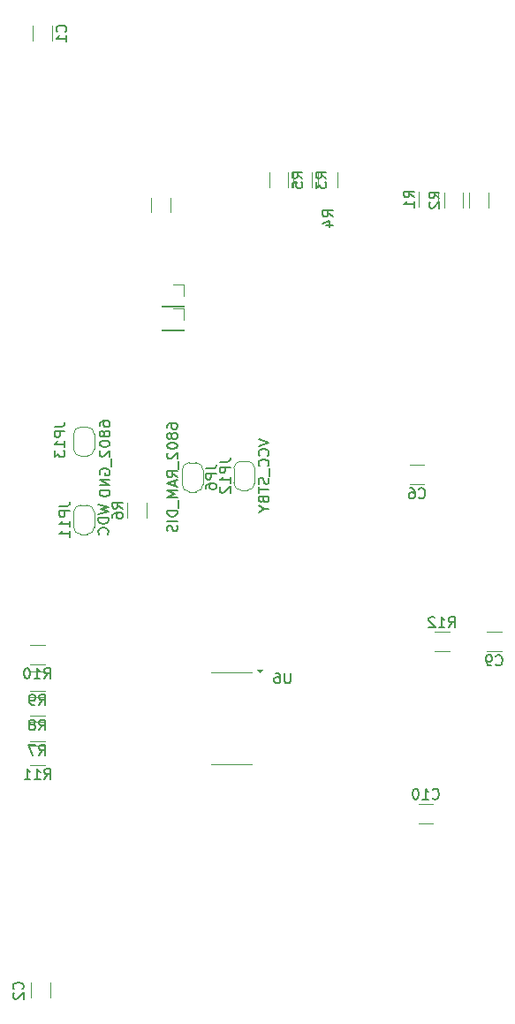
<source format=gbr>
%TF.GenerationSoftware,KiCad,Pcbnew,8.0.5-8.0.5-0~ubuntu22.04.1*%
%TF.CreationDate,2024-10-04T17:06:24+02:00*%
%TF.ProjectId,6502_6800_CPU,36353032-5f36-4383-9030-5f4350552e6b,rev?*%
%TF.SameCoordinates,Original*%
%TF.FileFunction,Legend,Bot*%
%TF.FilePolarity,Positive*%
%FSLAX46Y46*%
G04 Gerber Fmt 4.6, Leading zero omitted, Abs format (unit mm)*
G04 Created by KiCad (PCBNEW 8.0.5-8.0.5-0~ubuntu22.04.1) date 2024-10-04 17:06:24*
%MOMM*%
%LPD*%
G01*
G04 APERTURE LIST*
%ADD10C,0.150000*%
%ADD11C,0.120000*%
G04 APERTURE END LIST*
D10*
X126372857Y-127414580D02*
X126420476Y-127462200D01*
X126420476Y-127462200D02*
X126563333Y-127509819D01*
X126563333Y-127509819D02*
X126658571Y-127509819D01*
X126658571Y-127509819D02*
X126801428Y-127462200D01*
X126801428Y-127462200D02*
X126896666Y-127366961D01*
X126896666Y-127366961D02*
X126944285Y-127271723D01*
X126944285Y-127271723D02*
X126991904Y-127081247D01*
X126991904Y-127081247D02*
X126991904Y-126938390D01*
X126991904Y-126938390D02*
X126944285Y-126747914D01*
X126944285Y-126747914D02*
X126896666Y-126652676D01*
X126896666Y-126652676D02*
X126801428Y-126557438D01*
X126801428Y-126557438D02*
X126658571Y-126509819D01*
X126658571Y-126509819D02*
X126563333Y-126509819D01*
X126563333Y-126509819D02*
X126420476Y-126557438D01*
X126420476Y-126557438D02*
X126372857Y-126605057D01*
X125420476Y-127509819D02*
X125991904Y-127509819D01*
X125706190Y-127509819D02*
X125706190Y-126509819D01*
X125706190Y-126509819D02*
X125801428Y-126652676D01*
X125801428Y-126652676D02*
X125896666Y-126747914D01*
X125896666Y-126747914D02*
X125991904Y-126795533D01*
X124801428Y-126509819D02*
X124706190Y-126509819D01*
X124706190Y-126509819D02*
X124610952Y-126557438D01*
X124610952Y-126557438D02*
X124563333Y-126605057D01*
X124563333Y-126605057D02*
X124515714Y-126700295D01*
X124515714Y-126700295D02*
X124468095Y-126890771D01*
X124468095Y-126890771D02*
X124468095Y-127128866D01*
X124468095Y-127128866D02*
X124515714Y-127319342D01*
X124515714Y-127319342D02*
X124563333Y-127414580D01*
X124563333Y-127414580D02*
X124610952Y-127462200D01*
X124610952Y-127462200D02*
X124706190Y-127509819D01*
X124706190Y-127509819D02*
X124801428Y-127509819D01*
X124801428Y-127509819D02*
X124896666Y-127462200D01*
X124896666Y-127462200D02*
X124944285Y-127414580D01*
X124944285Y-127414580D02*
X124991904Y-127319342D01*
X124991904Y-127319342D02*
X125039523Y-127128866D01*
X125039523Y-127128866D02*
X125039523Y-126890771D01*
X125039523Y-126890771D02*
X124991904Y-126700295D01*
X124991904Y-126700295D02*
X124944285Y-126605057D01*
X124944285Y-126605057D02*
X124896666Y-126557438D01*
X124896666Y-126557438D02*
X124801428Y-126509819D01*
X132451666Y-114604580D02*
X132499285Y-114652200D01*
X132499285Y-114652200D02*
X132642142Y-114699819D01*
X132642142Y-114699819D02*
X132737380Y-114699819D01*
X132737380Y-114699819D02*
X132880237Y-114652200D01*
X132880237Y-114652200D02*
X132975475Y-114556961D01*
X132975475Y-114556961D02*
X133023094Y-114461723D01*
X133023094Y-114461723D02*
X133070713Y-114271247D01*
X133070713Y-114271247D02*
X133070713Y-114128390D01*
X133070713Y-114128390D02*
X133023094Y-113937914D01*
X133023094Y-113937914D02*
X132975475Y-113842676D01*
X132975475Y-113842676D02*
X132880237Y-113747438D01*
X132880237Y-113747438D02*
X132737380Y-113699819D01*
X132737380Y-113699819D02*
X132642142Y-113699819D01*
X132642142Y-113699819D02*
X132499285Y-113747438D01*
X132499285Y-113747438D02*
X132451666Y-113795057D01*
X131975475Y-114699819D02*
X131784999Y-114699819D01*
X131784999Y-114699819D02*
X131689761Y-114652200D01*
X131689761Y-114652200D02*
X131642142Y-114604580D01*
X131642142Y-114604580D02*
X131546904Y-114461723D01*
X131546904Y-114461723D02*
X131499285Y-114271247D01*
X131499285Y-114271247D02*
X131499285Y-113890295D01*
X131499285Y-113890295D02*
X131546904Y-113795057D01*
X131546904Y-113795057D02*
X131594523Y-113747438D01*
X131594523Y-113747438D02*
X131689761Y-113699819D01*
X131689761Y-113699819D02*
X131880237Y-113699819D01*
X131880237Y-113699819D02*
X131975475Y-113747438D01*
X131975475Y-113747438D02*
X132023094Y-113795057D01*
X132023094Y-113795057D02*
X132070713Y-113890295D01*
X132070713Y-113890295D02*
X132070713Y-114128390D01*
X132070713Y-114128390D02*
X132023094Y-114223628D01*
X132023094Y-114223628D02*
X131975475Y-114271247D01*
X131975475Y-114271247D02*
X131880237Y-114318866D01*
X131880237Y-114318866D02*
X131689761Y-114318866D01*
X131689761Y-114318866D02*
X131594523Y-114271247D01*
X131594523Y-114271247D02*
X131546904Y-114223628D01*
X131546904Y-114223628D02*
X131499285Y-114128390D01*
X113907819Y-68006333D02*
X113431628Y-67673000D01*
X113907819Y-67434905D02*
X112907819Y-67434905D01*
X112907819Y-67434905D02*
X112907819Y-67815857D01*
X112907819Y-67815857D02*
X112955438Y-67911095D01*
X112955438Y-67911095D02*
X113003057Y-67958714D01*
X113003057Y-67958714D02*
X113098295Y-68006333D01*
X113098295Y-68006333D02*
X113241152Y-68006333D01*
X113241152Y-68006333D02*
X113336390Y-67958714D01*
X113336390Y-67958714D02*
X113384009Y-67911095D01*
X113384009Y-67911095D02*
X113431628Y-67815857D01*
X113431628Y-67815857D02*
X113431628Y-67434905D01*
X112907819Y-68911095D02*
X112907819Y-68434905D01*
X112907819Y-68434905D02*
X113384009Y-68387286D01*
X113384009Y-68387286D02*
X113336390Y-68434905D01*
X113336390Y-68434905D02*
X113288771Y-68530143D01*
X113288771Y-68530143D02*
X113288771Y-68768238D01*
X113288771Y-68768238D02*
X113336390Y-68863476D01*
X113336390Y-68863476D02*
X113384009Y-68911095D01*
X113384009Y-68911095D02*
X113479247Y-68958714D01*
X113479247Y-68958714D02*
X113717342Y-68958714D01*
X113717342Y-68958714D02*
X113812580Y-68911095D01*
X113812580Y-68911095D02*
X113860200Y-68863476D01*
X113860200Y-68863476D02*
X113907819Y-68768238D01*
X113907819Y-68768238D02*
X113907819Y-68530143D01*
X113907819Y-68530143D02*
X113860200Y-68434905D01*
X113860200Y-68434905D02*
X113812580Y-68387286D01*
X112775904Y-115405819D02*
X112775904Y-116215342D01*
X112775904Y-116215342D02*
X112728285Y-116310580D01*
X112728285Y-116310580D02*
X112680666Y-116358200D01*
X112680666Y-116358200D02*
X112585428Y-116405819D01*
X112585428Y-116405819D02*
X112394952Y-116405819D01*
X112394952Y-116405819D02*
X112299714Y-116358200D01*
X112299714Y-116358200D02*
X112252095Y-116310580D01*
X112252095Y-116310580D02*
X112204476Y-116215342D01*
X112204476Y-116215342D02*
X112204476Y-115405819D01*
X111299714Y-115405819D02*
X111490190Y-115405819D01*
X111490190Y-115405819D02*
X111585428Y-115453438D01*
X111585428Y-115453438D02*
X111633047Y-115501057D01*
X111633047Y-115501057D02*
X111728285Y-115643914D01*
X111728285Y-115643914D02*
X111775904Y-115834390D01*
X111775904Y-115834390D02*
X111775904Y-116215342D01*
X111775904Y-116215342D02*
X111728285Y-116310580D01*
X111728285Y-116310580D02*
X111680666Y-116358200D01*
X111680666Y-116358200D02*
X111585428Y-116405819D01*
X111585428Y-116405819D02*
X111394952Y-116405819D01*
X111394952Y-116405819D02*
X111299714Y-116358200D01*
X111299714Y-116358200D02*
X111252095Y-116310580D01*
X111252095Y-116310580D02*
X111204476Y-116215342D01*
X111204476Y-116215342D02*
X111204476Y-115977247D01*
X111204476Y-115977247D02*
X111252095Y-115882009D01*
X111252095Y-115882009D02*
X111299714Y-115834390D01*
X111299714Y-115834390D02*
X111394952Y-115786771D01*
X111394952Y-115786771D02*
X111585428Y-115786771D01*
X111585428Y-115786771D02*
X111680666Y-115834390D01*
X111680666Y-115834390D02*
X111728285Y-115882009D01*
X111728285Y-115882009D02*
X111775904Y-115977247D01*
X127922857Y-111029819D02*
X128256190Y-110553628D01*
X128494285Y-111029819D02*
X128494285Y-110029819D01*
X128494285Y-110029819D02*
X128113333Y-110029819D01*
X128113333Y-110029819D02*
X128018095Y-110077438D01*
X128018095Y-110077438D02*
X127970476Y-110125057D01*
X127970476Y-110125057D02*
X127922857Y-110220295D01*
X127922857Y-110220295D02*
X127922857Y-110363152D01*
X127922857Y-110363152D02*
X127970476Y-110458390D01*
X127970476Y-110458390D02*
X128018095Y-110506009D01*
X128018095Y-110506009D02*
X128113333Y-110553628D01*
X128113333Y-110553628D02*
X128494285Y-110553628D01*
X126970476Y-111029819D02*
X127541904Y-111029819D01*
X127256190Y-111029819D02*
X127256190Y-110029819D01*
X127256190Y-110029819D02*
X127351428Y-110172676D01*
X127351428Y-110172676D02*
X127446666Y-110267914D01*
X127446666Y-110267914D02*
X127541904Y-110315533D01*
X126589523Y-110125057D02*
X126541904Y-110077438D01*
X126541904Y-110077438D02*
X126446666Y-110029819D01*
X126446666Y-110029819D02*
X126208571Y-110029819D01*
X126208571Y-110029819D02*
X126113333Y-110077438D01*
X126113333Y-110077438D02*
X126065714Y-110125057D01*
X126065714Y-110125057D02*
X126018095Y-110220295D01*
X126018095Y-110220295D02*
X126018095Y-110315533D01*
X126018095Y-110315533D02*
X126065714Y-110458390D01*
X126065714Y-110458390D02*
X126637142Y-111029819D01*
X126637142Y-111029819D02*
X126018095Y-111029819D01*
X89161857Y-125591819D02*
X89495190Y-125115628D01*
X89733285Y-125591819D02*
X89733285Y-124591819D01*
X89733285Y-124591819D02*
X89352333Y-124591819D01*
X89352333Y-124591819D02*
X89257095Y-124639438D01*
X89257095Y-124639438D02*
X89209476Y-124687057D01*
X89209476Y-124687057D02*
X89161857Y-124782295D01*
X89161857Y-124782295D02*
X89161857Y-124925152D01*
X89161857Y-124925152D02*
X89209476Y-125020390D01*
X89209476Y-125020390D02*
X89257095Y-125068009D01*
X89257095Y-125068009D02*
X89352333Y-125115628D01*
X89352333Y-125115628D02*
X89733285Y-125115628D01*
X88209476Y-125591819D02*
X88780904Y-125591819D01*
X88495190Y-125591819D02*
X88495190Y-124591819D01*
X88495190Y-124591819D02*
X88590428Y-124734676D01*
X88590428Y-124734676D02*
X88685666Y-124829914D01*
X88685666Y-124829914D02*
X88780904Y-124877533D01*
X87257095Y-125591819D02*
X87828523Y-125591819D01*
X87542809Y-125591819D02*
X87542809Y-124591819D01*
X87542809Y-124591819D02*
X87638047Y-124734676D01*
X87638047Y-124734676D02*
X87733285Y-124829914D01*
X87733285Y-124829914D02*
X87828523Y-124877533D01*
X89135857Y-115939819D02*
X89469190Y-115463628D01*
X89707285Y-115939819D02*
X89707285Y-114939819D01*
X89707285Y-114939819D02*
X89326333Y-114939819D01*
X89326333Y-114939819D02*
X89231095Y-114987438D01*
X89231095Y-114987438D02*
X89183476Y-115035057D01*
X89183476Y-115035057D02*
X89135857Y-115130295D01*
X89135857Y-115130295D02*
X89135857Y-115273152D01*
X89135857Y-115273152D02*
X89183476Y-115368390D01*
X89183476Y-115368390D02*
X89231095Y-115416009D01*
X89231095Y-115416009D02*
X89326333Y-115463628D01*
X89326333Y-115463628D02*
X89707285Y-115463628D01*
X88183476Y-115939819D02*
X88754904Y-115939819D01*
X88469190Y-115939819D02*
X88469190Y-114939819D01*
X88469190Y-114939819D02*
X88564428Y-115082676D01*
X88564428Y-115082676D02*
X88659666Y-115177914D01*
X88659666Y-115177914D02*
X88754904Y-115225533D01*
X87564428Y-114939819D02*
X87469190Y-114939819D01*
X87469190Y-114939819D02*
X87373952Y-114987438D01*
X87373952Y-114987438D02*
X87326333Y-115035057D01*
X87326333Y-115035057D02*
X87278714Y-115130295D01*
X87278714Y-115130295D02*
X87231095Y-115320771D01*
X87231095Y-115320771D02*
X87231095Y-115558866D01*
X87231095Y-115558866D02*
X87278714Y-115749342D01*
X87278714Y-115749342D02*
X87326333Y-115844580D01*
X87326333Y-115844580D02*
X87373952Y-115892200D01*
X87373952Y-115892200D02*
X87469190Y-115939819D01*
X87469190Y-115939819D02*
X87564428Y-115939819D01*
X87564428Y-115939819D02*
X87659666Y-115892200D01*
X87659666Y-115892200D02*
X87707285Y-115844580D01*
X87707285Y-115844580D02*
X87754904Y-115749342D01*
X87754904Y-115749342D02*
X87802523Y-115558866D01*
X87802523Y-115558866D02*
X87802523Y-115320771D01*
X87802523Y-115320771D02*
X87754904Y-115130295D01*
X87754904Y-115130295D02*
X87707285Y-115035057D01*
X87707285Y-115035057D02*
X87659666Y-114987438D01*
X87659666Y-114987438D02*
X87564428Y-114939819D01*
X88659666Y-118479819D02*
X88992999Y-118003628D01*
X89231094Y-118479819D02*
X89231094Y-117479819D01*
X89231094Y-117479819D02*
X88850142Y-117479819D01*
X88850142Y-117479819D02*
X88754904Y-117527438D01*
X88754904Y-117527438D02*
X88707285Y-117575057D01*
X88707285Y-117575057D02*
X88659666Y-117670295D01*
X88659666Y-117670295D02*
X88659666Y-117813152D01*
X88659666Y-117813152D02*
X88707285Y-117908390D01*
X88707285Y-117908390D02*
X88754904Y-117956009D01*
X88754904Y-117956009D02*
X88850142Y-118003628D01*
X88850142Y-118003628D02*
X89231094Y-118003628D01*
X88183475Y-118479819D02*
X87992999Y-118479819D01*
X87992999Y-118479819D02*
X87897761Y-118432200D01*
X87897761Y-118432200D02*
X87850142Y-118384580D01*
X87850142Y-118384580D02*
X87754904Y-118241723D01*
X87754904Y-118241723D02*
X87707285Y-118051247D01*
X87707285Y-118051247D02*
X87707285Y-117670295D01*
X87707285Y-117670295D02*
X87754904Y-117575057D01*
X87754904Y-117575057D02*
X87802523Y-117527438D01*
X87802523Y-117527438D02*
X87897761Y-117479819D01*
X87897761Y-117479819D02*
X88088237Y-117479819D01*
X88088237Y-117479819D02*
X88183475Y-117527438D01*
X88183475Y-117527438D02*
X88231094Y-117575057D01*
X88231094Y-117575057D02*
X88278713Y-117670295D01*
X88278713Y-117670295D02*
X88278713Y-117908390D01*
X88278713Y-117908390D02*
X88231094Y-118003628D01*
X88231094Y-118003628D02*
X88183475Y-118051247D01*
X88183475Y-118051247D02*
X88088237Y-118098866D01*
X88088237Y-118098866D02*
X87897761Y-118098866D01*
X87897761Y-118098866D02*
X87802523Y-118051247D01*
X87802523Y-118051247D02*
X87754904Y-118003628D01*
X87754904Y-118003628D02*
X87707285Y-117908390D01*
X88659666Y-120892819D02*
X88992999Y-120416628D01*
X89231094Y-120892819D02*
X89231094Y-119892819D01*
X89231094Y-119892819D02*
X88850142Y-119892819D01*
X88850142Y-119892819D02*
X88754904Y-119940438D01*
X88754904Y-119940438D02*
X88707285Y-119988057D01*
X88707285Y-119988057D02*
X88659666Y-120083295D01*
X88659666Y-120083295D02*
X88659666Y-120226152D01*
X88659666Y-120226152D02*
X88707285Y-120321390D01*
X88707285Y-120321390D02*
X88754904Y-120369009D01*
X88754904Y-120369009D02*
X88850142Y-120416628D01*
X88850142Y-120416628D02*
X89231094Y-120416628D01*
X88088237Y-120321390D02*
X88183475Y-120273771D01*
X88183475Y-120273771D02*
X88231094Y-120226152D01*
X88231094Y-120226152D02*
X88278713Y-120130914D01*
X88278713Y-120130914D02*
X88278713Y-120083295D01*
X88278713Y-120083295D02*
X88231094Y-119988057D01*
X88231094Y-119988057D02*
X88183475Y-119940438D01*
X88183475Y-119940438D02*
X88088237Y-119892819D01*
X88088237Y-119892819D02*
X87897761Y-119892819D01*
X87897761Y-119892819D02*
X87802523Y-119940438D01*
X87802523Y-119940438D02*
X87754904Y-119988057D01*
X87754904Y-119988057D02*
X87707285Y-120083295D01*
X87707285Y-120083295D02*
X87707285Y-120130914D01*
X87707285Y-120130914D02*
X87754904Y-120226152D01*
X87754904Y-120226152D02*
X87802523Y-120273771D01*
X87802523Y-120273771D02*
X87897761Y-120321390D01*
X87897761Y-120321390D02*
X88088237Y-120321390D01*
X88088237Y-120321390D02*
X88183475Y-120369009D01*
X88183475Y-120369009D02*
X88231094Y-120416628D01*
X88231094Y-120416628D02*
X88278713Y-120511866D01*
X88278713Y-120511866D02*
X88278713Y-120702342D01*
X88278713Y-120702342D02*
X88231094Y-120797580D01*
X88231094Y-120797580D02*
X88183475Y-120845200D01*
X88183475Y-120845200D02*
X88088237Y-120892819D01*
X88088237Y-120892819D02*
X87897761Y-120892819D01*
X87897761Y-120892819D02*
X87802523Y-120845200D01*
X87802523Y-120845200D02*
X87754904Y-120797580D01*
X87754904Y-120797580D02*
X87707285Y-120702342D01*
X87707285Y-120702342D02*
X87707285Y-120511866D01*
X87707285Y-120511866D02*
X87754904Y-120416628D01*
X87754904Y-120416628D02*
X87802523Y-120369009D01*
X87802523Y-120369009D02*
X87897761Y-120321390D01*
X88659666Y-123305819D02*
X88992999Y-122829628D01*
X89231094Y-123305819D02*
X89231094Y-122305819D01*
X89231094Y-122305819D02*
X88850142Y-122305819D01*
X88850142Y-122305819D02*
X88754904Y-122353438D01*
X88754904Y-122353438D02*
X88707285Y-122401057D01*
X88707285Y-122401057D02*
X88659666Y-122496295D01*
X88659666Y-122496295D02*
X88659666Y-122639152D01*
X88659666Y-122639152D02*
X88707285Y-122734390D01*
X88707285Y-122734390D02*
X88754904Y-122782009D01*
X88754904Y-122782009D02*
X88850142Y-122829628D01*
X88850142Y-122829628D02*
X89231094Y-122829628D01*
X88326332Y-122305819D02*
X87659666Y-122305819D01*
X87659666Y-122305819D02*
X88088237Y-123305819D01*
X96678819Y-99655333D02*
X96202628Y-99322000D01*
X96678819Y-99083905D02*
X95678819Y-99083905D01*
X95678819Y-99083905D02*
X95678819Y-99464857D01*
X95678819Y-99464857D02*
X95726438Y-99560095D01*
X95726438Y-99560095D02*
X95774057Y-99607714D01*
X95774057Y-99607714D02*
X95869295Y-99655333D01*
X95869295Y-99655333D02*
X96012152Y-99655333D01*
X96012152Y-99655333D02*
X96107390Y-99607714D01*
X96107390Y-99607714D02*
X96155009Y-99560095D01*
X96155009Y-99560095D02*
X96202628Y-99464857D01*
X96202628Y-99464857D02*
X96202628Y-99083905D01*
X95678819Y-100512476D02*
X95678819Y-100322000D01*
X95678819Y-100322000D02*
X95726438Y-100226762D01*
X95726438Y-100226762D02*
X95774057Y-100179143D01*
X95774057Y-100179143D02*
X95916914Y-100083905D01*
X95916914Y-100083905D02*
X96107390Y-100036286D01*
X96107390Y-100036286D02*
X96488342Y-100036286D01*
X96488342Y-100036286D02*
X96583580Y-100083905D01*
X96583580Y-100083905D02*
X96631200Y-100131524D01*
X96631200Y-100131524D02*
X96678819Y-100226762D01*
X96678819Y-100226762D02*
X96678819Y-100417238D01*
X96678819Y-100417238D02*
X96631200Y-100512476D01*
X96631200Y-100512476D02*
X96583580Y-100560095D01*
X96583580Y-100560095D02*
X96488342Y-100607714D01*
X96488342Y-100607714D02*
X96250247Y-100607714D01*
X96250247Y-100607714D02*
X96155009Y-100560095D01*
X96155009Y-100560095D02*
X96107390Y-100512476D01*
X96107390Y-100512476D02*
X96059771Y-100417238D01*
X96059771Y-100417238D02*
X96059771Y-100226762D01*
X96059771Y-100226762D02*
X96107390Y-100131524D01*
X96107390Y-100131524D02*
X96155009Y-100083905D01*
X96155009Y-100083905D02*
X96250247Y-100036286D01*
X116193819Y-68006333D02*
X115717628Y-67673000D01*
X116193819Y-67434905D02*
X115193819Y-67434905D01*
X115193819Y-67434905D02*
X115193819Y-67815857D01*
X115193819Y-67815857D02*
X115241438Y-67911095D01*
X115241438Y-67911095D02*
X115289057Y-67958714D01*
X115289057Y-67958714D02*
X115384295Y-68006333D01*
X115384295Y-68006333D02*
X115527152Y-68006333D01*
X115527152Y-68006333D02*
X115622390Y-67958714D01*
X115622390Y-67958714D02*
X115670009Y-67911095D01*
X115670009Y-67911095D02*
X115717628Y-67815857D01*
X115717628Y-67815857D02*
X115717628Y-67434905D01*
X115193819Y-68339667D02*
X115193819Y-68958714D01*
X115193819Y-68958714D02*
X115574771Y-68625381D01*
X115574771Y-68625381D02*
X115574771Y-68768238D01*
X115574771Y-68768238D02*
X115622390Y-68863476D01*
X115622390Y-68863476D02*
X115670009Y-68911095D01*
X115670009Y-68911095D02*
X115765247Y-68958714D01*
X115765247Y-68958714D02*
X116003342Y-68958714D01*
X116003342Y-68958714D02*
X116098580Y-68911095D01*
X116098580Y-68911095D02*
X116146200Y-68863476D01*
X116146200Y-68863476D02*
X116193819Y-68768238D01*
X116193819Y-68768238D02*
X116193819Y-68482524D01*
X116193819Y-68482524D02*
X116146200Y-68387286D01*
X116146200Y-68387286D02*
X116098580Y-68339667D01*
X127031819Y-69911333D02*
X126555628Y-69578000D01*
X127031819Y-69339905D02*
X126031819Y-69339905D01*
X126031819Y-69339905D02*
X126031819Y-69720857D01*
X126031819Y-69720857D02*
X126079438Y-69816095D01*
X126079438Y-69816095D02*
X126127057Y-69863714D01*
X126127057Y-69863714D02*
X126222295Y-69911333D01*
X126222295Y-69911333D02*
X126365152Y-69911333D01*
X126365152Y-69911333D02*
X126460390Y-69863714D01*
X126460390Y-69863714D02*
X126508009Y-69816095D01*
X126508009Y-69816095D02*
X126555628Y-69720857D01*
X126555628Y-69720857D02*
X126555628Y-69339905D01*
X126127057Y-70292286D02*
X126079438Y-70339905D01*
X126079438Y-70339905D02*
X126031819Y-70435143D01*
X126031819Y-70435143D02*
X126031819Y-70673238D01*
X126031819Y-70673238D02*
X126079438Y-70768476D01*
X126079438Y-70768476D02*
X126127057Y-70816095D01*
X126127057Y-70816095D02*
X126222295Y-70863714D01*
X126222295Y-70863714D02*
X126317533Y-70863714D01*
X126317533Y-70863714D02*
X126460390Y-70816095D01*
X126460390Y-70816095D02*
X127031819Y-70244667D01*
X127031819Y-70244667D02*
X127031819Y-70863714D01*
X124618819Y-69836333D02*
X124142628Y-69503000D01*
X124618819Y-69264905D02*
X123618819Y-69264905D01*
X123618819Y-69264905D02*
X123618819Y-69645857D01*
X123618819Y-69645857D02*
X123666438Y-69741095D01*
X123666438Y-69741095D02*
X123714057Y-69788714D01*
X123714057Y-69788714D02*
X123809295Y-69836333D01*
X123809295Y-69836333D02*
X123952152Y-69836333D01*
X123952152Y-69836333D02*
X124047390Y-69788714D01*
X124047390Y-69788714D02*
X124095009Y-69741095D01*
X124095009Y-69741095D02*
X124142628Y-69645857D01*
X124142628Y-69645857D02*
X124142628Y-69264905D01*
X124618819Y-70788714D02*
X124618819Y-70217286D01*
X124618819Y-70503000D02*
X123618819Y-70503000D01*
X123618819Y-70503000D02*
X123761676Y-70407762D01*
X123761676Y-70407762D02*
X123856914Y-70312524D01*
X123856914Y-70312524D02*
X123904533Y-70217286D01*
X90132819Y-91781476D02*
X90847104Y-91781476D01*
X90847104Y-91781476D02*
X90989961Y-91733857D01*
X90989961Y-91733857D02*
X91085200Y-91638619D01*
X91085200Y-91638619D02*
X91132819Y-91495762D01*
X91132819Y-91495762D02*
X91132819Y-91400524D01*
X91132819Y-92257667D02*
X90132819Y-92257667D01*
X90132819Y-92257667D02*
X90132819Y-92638619D01*
X90132819Y-92638619D02*
X90180438Y-92733857D01*
X90180438Y-92733857D02*
X90228057Y-92781476D01*
X90228057Y-92781476D02*
X90323295Y-92829095D01*
X90323295Y-92829095D02*
X90466152Y-92829095D01*
X90466152Y-92829095D02*
X90561390Y-92781476D01*
X90561390Y-92781476D02*
X90609009Y-92733857D01*
X90609009Y-92733857D02*
X90656628Y-92638619D01*
X90656628Y-92638619D02*
X90656628Y-92257667D01*
X91132819Y-93781476D02*
X91132819Y-93210048D01*
X91132819Y-93495762D02*
X90132819Y-93495762D01*
X90132819Y-93495762D02*
X90275676Y-93400524D01*
X90275676Y-93400524D02*
X90370914Y-93305286D01*
X90370914Y-93305286D02*
X90418533Y-93210048D01*
X90132819Y-94114810D02*
X90132819Y-94733857D01*
X90132819Y-94733857D02*
X90513771Y-94400524D01*
X90513771Y-94400524D02*
X90513771Y-94543381D01*
X90513771Y-94543381D02*
X90561390Y-94638619D01*
X90561390Y-94638619D02*
X90609009Y-94686238D01*
X90609009Y-94686238D02*
X90704247Y-94733857D01*
X90704247Y-94733857D02*
X90942342Y-94733857D01*
X90942342Y-94733857D02*
X91037580Y-94686238D01*
X91037580Y-94686238D02*
X91085200Y-94638619D01*
X91085200Y-94638619D02*
X91132819Y-94543381D01*
X91132819Y-94543381D02*
X91132819Y-94257667D01*
X91132819Y-94257667D02*
X91085200Y-94162429D01*
X91085200Y-94162429D02*
X91037580Y-94114810D01*
X94450819Y-91726142D02*
X94450819Y-91535666D01*
X94450819Y-91535666D02*
X94498438Y-91440428D01*
X94498438Y-91440428D02*
X94546057Y-91392809D01*
X94546057Y-91392809D02*
X94688914Y-91297571D01*
X94688914Y-91297571D02*
X94879390Y-91249952D01*
X94879390Y-91249952D02*
X95260342Y-91249952D01*
X95260342Y-91249952D02*
X95355580Y-91297571D01*
X95355580Y-91297571D02*
X95403200Y-91345190D01*
X95403200Y-91345190D02*
X95450819Y-91440428D01*
X95450819Y-91440428D02*
X95450819Y-91630904D01*
X95450819Y-91630904D02*
X95403200Y-91726142D01*
X95403200Y-91726142D02*
X95355580Y-91773761D01*
X95355580Y-91773761D02*
X95260342Y-91821380D01*
X95260342Y-91821380D02*
X95022247Y-91821380D01*
X95022247Y-91821380D02*
X94927009Y-91773761D01*
X94927009Y-91773761D02*
X94879390Y-91726142D01*
X94879390Y-91726142D02*
X94831771Y-91630904D01*
X94831771Y-91630904D02*
X94831771Y-91440428D01*
X94831771Y-91440428D02*
X94879390Y-91345190D01*
X94879390Y-91345190D02*
X94927009Y-91297571D01*
X94927009Y-91297571D02*
X95022247Y-91249952D01*
X94879390Y-92392809D02*
X94831771Y-92297571D01*
X94831771Y-92297571D02*
X94784152Y-92249952D01*
X94784152Y-92249952D02*
X94688914Y-92202333D01*
X94688914Y-92202333D02*
X94641295Y-92202333D01*
X94641295Y-92202333D02*
X94546057Y-92249952D01*
X94546057Y-92249952D02*
X94498438Y-92297571D01*
X94498438Y-92297571D02*
X94450819Y-92392809D01*
X94450819Y-92392809D02*
X94450819Y-92583285D01*
X94450819Y-92583285D02*
X94498438Y-92678523D01*
X94498438Y-92678523D02*
X94546057Y-92726142D01*
X94546057Y-92726142D02*
X94641295Y-92773761D01*
X94641295Y-92773761D02*
X94688914Y-92773761D01*
X94688914Y-92773761D02*
X94784152Y-92726142D01*
X94784152Y-92726142D02*
X94831771Y-92678523D01*
X94831771Y-92678523D02*
X94879390Y-92583285D01*
X94879390Y-92583285D02*
X94879390Y-92392809D01*
X94879390Y-92392809D02*
X94927009Y-92297571D01*
X94927009Y-92297571D02*
X94974628Y-92249952D01*
X94974628Y-92249952D02*
X95069866Y-92202333D01*
X95069866Y-92202333D02*
X95260342Y-92202333D01*
X95260342Y-92202333D02*
X95355580Y-92249952D01*
X95355580Y-92249952D02*
X95403200Y-92297571D01*
X95403200Y-92297571D02*
X95450819Y-92392809D01*
X95450819Y-92392809D02*
X95450819Y-92583285D01*
X95450819Y-92583285D02*
X95403200Y-92678523D01*
X95403200Y-92678523D02*
X95355580Y-92726142D01*
X95355580Y-92726142D02*
X95260342Y-92773761D01*
X95260342Y-92773761D02*
X95069866Y-92773761D01*
X95069866Y-92773761D02*
X94974628Y-92726142D01*
X94974628Y-92726142D02*
X94927009Y-92678523D01*
X94927009Y-92678523D02*
X94879390Y-92583285D01*
X94450819Y-93392809D02*
X94450819Y-93488047D01*
X94450819Y-93488047D02*
X94498438Y-93583285D01*
X94498438Y-93583285D02*
X94546057Y-93630904D01*
X94546057Y-93630904D02*
X94641295Y-93678523D01*
X94641295Y-93678523D02*
X94831771Y-93726142D01*
X94831771Y-93726142D02*
X95069866Y-93726142D01*
X95069866Y-93726142D02*
X95260342Y-93678523D01*
X95260342Y-93678523D02*
X95355580Y-93630904D01*
X95355580Y-93630904D02*
X95403200Y-93583285D01*
X95403200Y-93583285D02*
X95450819Y-93488047D01*
X95450819Y-93488047D02*
X95450819Y-93392809D01*
X95450819Y-93392809D02*
X95403200Y-93297571D01*
X95403200Y-93297571D02*
X95355580Y-93249952D01*
X95355580Y-93249952D02*
X95260342Y-93202333D01*
X95260342Y-93202333D02*
X95069866Y-93154714D01*
X95069866Y-93154714D02*
X94831771Y-93154714D01*
X94831771Y-93154714D02*
X94641295Y-93202333D01*
X94641295Y-93202333D02*
X94546057Y-93249952D01*
X94546057Y-93249952D02*
X94498438Y-93297571D01*
X94498438Y-93297571D02*
X94450819Y-93392809D01*
X94546057Y-94107095D02*
X94498438Y-94154714D01*
X94498438Y-94154714D02*
X94450819Y-94249952D01*
X94450819Y-94249952D02*
X94450819Y-94488047D01*
X94450819Y-94488047D02*
X94498438Y-94583285D01*
X94498438Y-94583285D02*
X94546057Y-94630904D01*
X94546057Y-94630904D02*
X94641295Y-94678523D01*
X94641295Y-94678523D02*
X94736533Y-94678523D01*
X94736533Y-94678523D02*
X94879390Y-94630904D01*
X94879390Y-94630904D02*
X95450819Y-94059476D01*
X95450819Y-94059476D02*
X95450819Y-94678523D01*
X95546057Y-94869000D02*
X95546057Y-95630904D01*
X94498438Y-96392809D02*
X94450819Y-96297571D01*
X94450819Y-96297571D02*
X94450819Y-96154714D01*
X94450819Y-96154714D02*
X94498438Y-96011857D01*
X94498438Y-96011857D02*
X94593676Y-95916619D01*
X94593676Y-95916619D02*
X94688914Y-95869000D01*
X94688914Y-95869000D02*
X94879390Y-95821381D01*
X94879390Y-95821381D02*
X95022247Y-95821381D01*
X95022247Y-95821381D02*
X95212723Y-95869000D01*
X95212723Y-95869000D02*
X95307961Y-95916619D01*
X95307961Y-95916619D02*
X95403200Y-96011857D01*
X95403200Y-96011857D02*
X95450819Y-96154714D01*
X95450819Y-96154714D02*
X95450819Y-96249952D01*
X95450819Y-96249952D02*
X95403200Y-96392809D01*
X95403200Y-96392809D02*
X95355580Y-96440428D01*
X95355580Y-96440428D02*
X95022247Y-96440428D01*
X95022247Y-96440428D02*
X95022247Y-96249952D01*
X95450819Y-96869000D02*
X94450819Y-96869000D01*
X94450819Y-96869000D02*
X95450819Y-97440428D01*
X95450819Y-97440428D02*
X94450819Y-97440428D01*
X95450819Y-97916619D02*
X94450819Y-97916619D01*
X94450819Y-97916619D02*
X94450819Y-98154714D01*
X94450819Y-98154714D02*
X94498438Y-98297571D01*
X94498438Y-98297571D02*
X94593676Y-98392809D01*
X94593676Y-98392809D02*
X94688914Y-98440428D01*
X94688914Y-98440428D02*
X94879390Y-98488047D01*
X94879390Y-98488047D02*
X95022247Y-98488047D01*
X95022247Y-98488047D02*
X95212723Y-98440428D01*
X95212723Y-98440428D02*
X95307961Y-98392809D01*
X95307961Y-98392809D02*
X95403200Y-98297571D01*
X95403200Y-98297571D02*
X95450819Y-98154714D01*
X95450819Y-98154714D02*
X95450819Y-97916619D01*
X105985819Y-95195476D02*
X106700104Y-95195476D01*
X106700104Y-95195476D02*
X106842961Y-95147857D01*
X106842961Y-95147857D02*
X106938200Y-95052619D01*
X106938200Y-95052619D02*
X106985819Y-94909762D01*
X106985819Y-94909762D02*
X106985819Y-94814524D01*
X106985819Y-95671667D02*
X105985819Y-95671667D01*
X105985819Y-95671667D02*
X105985819Y-96052619D01*
X105985819Y-96052619D02*
X106033438Y-96147857D01*
X106033438Y-96147857D02*
X106081057Y-96195476D01*
X106081057Y-96195476D02*
X106176295Y-96243095D01*
X106176295Y-96243095D02*
X106319152Y-96243095D01*
X106319152Y-96243095D02*
X106414390Y-96195476D01*
X106414390Y-96195476D02*
X106462009Y-96147857D01*
X106462009Y-96147857D02*
X106509628Y-96052619D01*
X106509628Y-96052619D02*
X106509628Y-95671667D01*
X106985819Y-97195476D02*
X106985819Y-96624048D01*
X106985819Y-96909762D02*
X105985819Y-96909762D01*
X105985819Y-96909762D02*
X106128676Y-96814524D01*
X106128676Y-96814524D02*
X106223914Y-96719286D01*
X106223914Y-96719286D02*
X106271533Y-96624048D01*
X106081057Y-97576429D02*
X106033438Y-97624048D01*
X106033438Y-97624048D02*
X105985819Y-97719286D01*
X105985819Y-97719286D02*
X105985819Y-97957381D01*
X105985819Y-97957381D02*
X106033438Y-98052619D01*
X106033438Y-98052619D02*
X106081057Y-98100238D01*
X106081057Y-98100238D02*
X106176295Y-98147857D01*
X106176295Y-98147857D02*
X106271533Y-98147857D01*
X106271533Y-98147857D02*
X106414390Y-98100238D01*
X106414390Y-98100238D02*
X106985819Y-97528810D01*
X106985819Y-97528810D02*
X106985819Y-98147857D01*
X109685819Y-93005000D02*
X110685819Y-93338333D01*
X110685819Y-93338333D02*
X109685819Y-93671666D01*
X110590580Y-94576428D02*
X110638200Y-94528809D01*
X110638200Y-94528809D02*
X110685819Y-94385952D01*
X110685819Y-94385952D02*
X110685819Y-94290714D01*
X110685819Y-94290714D02*
X110638200Y-94147857D01*
X110638200Y-94147857D02*
X110542961Y-94052619D01*
X110542961Y-94052619D02*
X110447723Y-94005000D01*
X110447723Y-94005000D02*
X110257247Y-93957381D01*
X110257247Y-93957381D02*
X110114390Y-93957381D01*
X110114390Y-93957381D02*
X109923914Y-94005000D01*
X109923914Y-94005000D02*
X109828676Y-94052619D01*
X109828676Y-94052619D02*
X109733438Y-94147857D01*
X109733438Y-94147857D02*
X109685819Y-94290714D01*
X109685819Y-94290714D02*
X109685819Y-94385952D01*
X109685819Y-94385952D02*
X109733438Y-94528809D01*
X109733438Y-94528809D02*
X109781057Y-94576428D01*
X110590580Y-95576428D02*
X110638200Y-95528809D01*
X110638200Y-95528809D02*
X110685819Y-95385952D01*
X110685819Y-95385952D02*
X110685819Y-95290714D01*
X110685819Y-95290714D02*
X110638200Y-95147857D01*
X110638200Y-95147857D02*
X110542961Y-95052619D01*
X110542961Y-95052619D02*
X110447723Y-95005000D01*
X110447723Y-95005000D02*
X110257247Y-94957381D01*
X110257247Y-94957381D02*
X110114390Y-94957381D01*
X110114390Y-94957381D02*
X109923914Y-95005000D01*
X109923914Y-95005000D02*
X109828676Y-95052619D01*
X109828676Y-95052619D02*
X109733438Y-95147857D01*
X109733438Y-95147857D02*
X109685819Y-95290714D01*
X109685819Y-95290714D02*
X109685819Y-95385952D01*
X109685819Y-95385952D02*
X109733438Y-95528809D01*
X109733438Y-95528809D02*
X109781057Y-95576428D01*
X110781057Y-95766905D02*
X110781057Y-96528809D01*
X110638200Y-96719286D02*
X110685819Y-96862143D01*
X110685819Y-96862143D02*
X110685819Y-97100238D01*
X110685819Y-97100238D02*
X110638200Y-97195476D01*
X110638200Y-97195476D02*
X110590580Y-97243095D01*
X110590580Y-97243095D02*
X110495342Y-97290714D01*
X110495342Y-97290714D02*
X110400104Y-97290714D01*
X110400104Y-97290714D02*
X110304866Y-97243095D01*
X110304866Y-97243095D02*
X110257247Y-97195476D01*
X110257247Y-97195476D02*
X110209628Y-97100238D01*
X110209628Y-97100238D02*
X110162009Y-96909762D01*
X110162009Y-96909762D02*
X110114390Y-96814524D01*
X110114390Y-96814524D02*
X110066771Y-96766905D01*
X110066771Y-96766905D02*
X109971533Y-96719286D01*
X109971533Y-96719286D02*
X109876295Y-96719286D01*
X109876295Y-96719286D02*
X109781057Y-96766905D01*
X109781057Y-96766905D02*
X109733438Y-96814524D01*
X109733438Y-96814524D02*
X109685819Y-96909762D01*
X109685819Y-96909762D02*
X109685819Y-97147857D01*
X109685819Y-97147857D02*
X109733438Y-97290714D01*
X109685819Y-97576429D02*
X109685819Y-98147857D01*
X110685819Y-97862143D02*
X109685819Y-97862143D01*
X110162009Y-98814524D02*
X110209628Y-98957381D01*
X110209628Y-98957381D02*
X110257247Y-99005000D01*
X110257247Y-99005000D02*
X110352485Y-99052619D01*
X110352485Y-99052619D02*
X110495342Y-99052619D01*
X110495342Y-99052619D02*
X110590580Y-99005000D01*
X110590580Y-99005000D02*
X110638200Y-98957381D01*
X110638200Y-98957381D02*
X110685819Y-98862143D01*
X110685819Y-98862143D02*
X110685819Y-98481191D01*
X110685819Y-98481191D02*
X109685819Y-98481191D01*
X109685819Y-98481191D02*
X109685819Y-98814524D01*
X109685819Y-98814524D02*
X109733438Y-98909762D01*
X109733438Y-98909762D02*
X109781057Y-98957381D01*
X109781057Y-98957381D02*
X109876295Y-99005000D01*
X109876295Y-99005000D02*
X109971533Y-99005000D01*
X109971533Y-99005000D02*
X110066771Y-98957381D01*
X110066771Y-98957381D02*
X110114390Y-98909762D01*
X110114390Y-98909762D02*
X110162009Y-98814524D01*
X110162009Y-98814524D02*
X110162009Y-98481191D01*
X110209628Y-99671667D02*
X110685819Y-99671667D01*
X109685819Y-99338334D02*
X110209628Y-99671667D01*
X110209628Y-99671667D02*
X109685819Y-100005000D01*
X90618819Y-99416476D02*
X91333104Y-99416476D01*
X91333104Y-99416476D02*
X91475961Y-99368857D01*
X91475961Y-99368857D02*
X91571200Y-99273619D01*
X91571200Y-99273619D02*
X91618819Y-99130762D01*
X91618819Y-99130762D02*
X91618819Y-99035524D01*
X91618819Y-99892667D02*
X90618819Y-99892667D01*
X90618819Y-99892667D02*
X90618819Y-100273619D01*
X90618819Y-100273619D02*
X90666438Y-100368857D01*
X90666438Y-100368857D02*
X90714057Y-100416476D01*
X90714057Y-100416476D02*
X90809295Y-100464095D01*
X90809295Y-100464095D02*
X90952152Y-100464095D01*
X90952152Y-100464095D02*
X91047390Y-100416476D01*
X91047390Y-100416476D02*
X91095009Y-100368857D01*
X91095009Y-100368857D02*
X91142628Y-100273619D01*
X91142628Y-100273619D02*
X91142628Y-99892667D01*
X91618819Y-101416476D02*
X91618819Y-100845048D01*
X91618819Y-101130762D02*
X90618819Y-101130762D01*
X90618819Y-101130762D02*
X90761676Y-101035524D01*
X90761676Y-101035524D02*
X90856914Y-100940286D01*
X90856914Y-100940286D02*
X90904533Y-100845048D01*
X91618819Y-102368857D02*
X91618819Y-101797429D01*
X91618819Y-102083143D02*
X90618819Y-102083143D01*
X90618819Y-102083143D02*
X90761676Y-101987905D01*
X90761676Y-101987905D02*
X90856914Y-101892667D01*
X90856914Y-101892667D02*
X90904533Y-101797429D01*
X94318819Y-99297429D02*
X95318819Y-99535524D01*
X95318819Y-99535524D02*
X94604533Y-99726000D01*
X94604533Y-99726000D02*
X95318819Y-99916476D01*
X95318819Y-99916476D02*
X94318819Y-100154572D01*
X95318819Y-100535524D02*
X94318819Y-100535524D01*
X94318819Y-100535524D02*
X94318819Y-100773619D01*
X94318819Y-100773619D02*
X94366438Y-100916476D01*
X94366438Y-100916476D02*
X94461676Y-101011714D01*
X94461676Y-101011714D02*
X94556914Y-101059333D01*
X94556914Y-101059333D02*
X94747390Y-101106952D01*
X94747390Y-101106952D02*
X94890247Y-101106952D01*
X94890247Y-101106952D02*
X95080723Y-101059333D01*
X95080723Y-101059333D02*
X95175961Y-101011714D01*
X95175961Y-101011714D02*
X95271200Y-100916476D01*
X95271200Y-100916476D02*
X95318819Y-100773619D01*
X95318819Y-100773619D02*
X95318819Y-100535524D01*
X95223580Y-102106952D02*
X95271200Y-102059333D01*
X95271200Y-102059333D02*
X95318819Y-101916476D01*
X95318819Y-101916476D02*
X95318819Y-101821238D01*
X95318819Y-101821238D02*
X95271200Y-101678381D01*
X95271200Y-101678381D02*
X95175961Y-101583143D01*
X95175961Y-101583143D02*
X95080723Y-101535524D01*
X95080723Y-101535524D02*
X94890247Y-101487905D01*
X94890247Y-101487905D02*
X94747390Y-101487905D01*
X94747390Y-101487905D02*
X94556914Y-101535524D01*
X94556914Y-101535524D02*
X94461676Y-101583143D01*
X94461676Y-101583143D02*
X94366438Y-101678381D01*
X94366438Y-101678381D02*
X94318819Y-101821238D01*
X94318819Y-101821238D02*
X94318819Y-101916476D01*
X94318819Y-101916476D02*
X94366438Y-102059333D01*
X94366438Y-102059333D02*
X94414057Y-102106952D01*
X104632819Y-95813666D02*
X105347104Y-95813666D01*
X105347104Y-95813666D02*
X105489961Y-95766047D01*
X105489961Y-95766047D02*
X105585200Y-95670809D01*
X105585200Y-95670809D02*
X105632819Y-95527952D01*
X105632819Y-95527952D02*
X105632819Y-95432714D01*
X105632819Y-96289857D02*
X104632819Y-96289857D01*
X104632819Y-96289857D02*
X104632819Y-96670809D01*
X104632819Y-96670809D02*
X104680438Y-96766047D01*
X104680438Y-96766047D02*
X104728057Y-96813666D01*
X104728057Y-96813666D02*
X104823295Y-96861285D01*
X104823295Y-96861285D02*
X104966152Y-96861285D01*
X104966152Y-96861285D02*
X105061390Y-96813666D01*
X105061390Y-96813666D02*
X105109009Y-96766047D01*
X105109009Y-96766047D02*
X105156628Y-96670809D01*
X105156628Y-96670809D02*
X105156628Y-96289857D01*
X104632819Y-97718428D02*
X104632819Y-97527952D01*
X104632819Y-97527952D02*
X104680438Y-97432714D01*
X104680438Y-97432714D02*
X104728057Y-97385095D01*
X104728057Y-97385095D02*
X104870914Y-97289857D01*
X104870914Y-97289857D02*
X105061390Y-97242238D01*
X105061390Y-97242238D02*
X105442342Y-97242238D01*
X105442342Y-97242238D02*
X105537580Y-97289857D01*
X105537580Y-97289857D02*
X105585200Y-97337476D01*
X105585200Y-97337476D02*
X105632819Y-97432714D01*
X105632819Y-97432714D02*
X105632819Y-97623190D01*
X105632819Y-97623190D02*
X105585200Y-97718428D01*
X105585200Y-97718428D02*
X105537580Y-97766047D01*
X105537580Y-97766047D02*
X105442342Y-97813666D01*
X105442342Y-97813666D02*
X105204247Y-97813666D01*
X105204247Y-97813666D02*
X105109009Y-97766047D01*
X105109009Y-97766047D02*
X105061390Y-97718428D01*
X105061390Y-97718428D02*
X105013771Y-97623190D01*
X105013771Y-97623190D02*
X105013771Y-97432714D01*
X105013771Y-97432714D02*
X105061390Y-97337476D01*
X105061390Y-97337476D02*
X105109009Y-97289857D01*
X105109009Y-97289857D02*
X105204247Y-97242238D01*
X100932819Y-91932714D02*
X100932819Y-91742238D01*
X100932819Y-91742238D02*
X100980438Y-91647000D01*
X100980438Y-91647000D02*
X101028057Y-91599381D01*
X101028057Y-91599381D02*
X101170914Y-91504143D01*
X101170914Y-91504143D02*
X101361390Y-91456524D01*
X101361390Y-91456524D02*
X101742342Y-91456524D01*
X101742342Y-91456524D02*
X101837580Y-91504143D01*
X101837580Y-91504143D02*
X101885200Y-91551762D01*
X101885200Y-91551762D02*
X101932819Y-91647000D01*
X101932819Y-91647000D02*
X101932819Y-91837476D01*
X101932819Y-91837476D02*
X101885200Y-91932714D01*
X101885200Y-91932714D02*
X101837580Y-91980333D01*
X101837580Y-91980333D02*
X101742342Y-92027952D01*
X101742342Y-92027952D02*
X101504247Y-92027952D01*
X101504247Y-92027952D02*
X101409009Y-91980333D01*
X101409009Y-91980333D02*
X101361390Y-91932714D01*
X101361390Y-91932714D02*
X101313771Y-91837476D01*
X101313771Y-91837476D02*
X101313771Y-91647000D01*
X101313771Y-91647000D02*
X101361390Y-91551762D01*
X101361390Y-91551762D02*
X101409009Y-91504143D01*
X101409009Y-91504143D02*
X101504247Y-91456524D01*
X101361390Y-92599381D02*
X101313771Y-92504143D01*
X101313771Y-92504143D02*
X101266152Y-92456524D01*
X101266152Y-92456524D02*
X101170914Y-92408905D01*
X101170914Y-92408905D02*
X101123295Y-92408905D01*
X101123295Y-92408905D02*
X101028057Y-92456524D01*
X101028057Y-92456524D02*
X100980438Y-92504143D01*
X100980438Y-92504143D02*
X100932819Y-92599381D01*
X100932819Y-92599381D02*
X100932819Y-92789857D01*
X100932819Y-92789857D02*
X100980438Y-92885095D01*
X100980438Y-92885095D02*
X101028057Y-92932714D01*
X101028057Y-92932714D02*
X101123295Y-92980333D01*
X101123295Y-92980333D02*
X101170914Y-92980333D01*
X101170914Y-92980333D02*
X101266152Y-92932714D01*
X101266152Y-92932714D02*
X101313771Y-92885095D01*
X101313771Y-92885095D02*
X101361390Y-92789857D01*
X101361390Y-92789857D02*
X101361390Y-92599381D01*
X101361390Y-92599381D02*
X101409009Y-92504143D01*
X101409009Y-92504143D02*
X101456628Y-92456524D01*
X101456628Y-92456524D02*
X101551866Y-92408905D01*
X101551866Y-92408905D02*
X101742342Y-92408905D01*
X101742342Y-92408905D02*
X101837580Y-92456524D01*
X101837580Y-92456524D02*
X101885200Y-92504143D01*
X101885200Y-92504143D02*
X101932819Y-92599381D01*
X101932819Y-92599381D02*
X101932819Y-92789857D01*
X101932819Y-92789857D02*
X101885200Y-92885095D01*
X101885200Y-92885095D02*
X101837580Y-92932714D01*
X101837580Y-92932714D02*
X101742342Y-92980333D01*
X101742342Y-92980333D02*
X101551866Y-92980333D01*
X101551866Y-92980333D02*
X101456628Y-92932714D01*
X101456628Y-92932714D02*
X101409009Y-92885095D01*
X101409009Y-92885095D02*
X101361390Y-92789857D01*
X100932819Y-93599381D02*
X100932819Y-93694619D01*
X100932819Y-93694619D02*
X100980438Y-93789857D01*
X100980438Y-93789857D02*
X101028057Y-93837476D01*
X101028057Y-93837476D02*
X101123295Y-93885095D01*
X101123295Y-93885095D02*
X101313771Y-93932714D01*
X101313771Y-93932714D02*
X101551866Y-93932714D01*
X101551866Y-93932714D02*
X101742342Y-93885095D01*
X101742342Y-93885095D02*
X101837580Y-93837476D01*
X101837580Y-93837476D02*
X101885200Y-93789857D01*
X101885200Y-93789857D02*
X101932819Y-93694619D01*
X101932819Y-93694619D02*
X101932819Y-93599381D01*
X101932819Y-93599381D02*
X101885200Y-93504143D01*
X101885200Y-93504143D02*
X101837580Y-93456524D01*
X101837580Y-93456524D02*
X101742342Y-93408905D01*
X101742342Y-93408905D02*
X101551866Y-93361286D01*
X101551866Y-93361286D02*
X101313771Y-93361286D01*
X101313771Y-93361286D02*
X101123295Y-93408905D01*
X101123295Y-93408905D02*
X101028057Y-93456524D01*
X101028057Y-93456524D02*
X100980438Y-93504143D01*
X100980438Y-93504143D02*
X100932819Y-93599381D01*
X101028057Y-94313667D02*
X100980438Y-94361286D01*
X100980438Y-94361286D02*
X100932819Y-94456524D01*
X100932819Y-94456524D02*
X100932819Y-94694619D01*
X100932819Y-94694619D02*
X100980438Y-94789857D01*
X100980438Y-94789857D02*
X101028057Y-94837476D01*
X101028057Y-94837476D02*
X101123295Y-94885095D01*
X101123295Y-94885095D02*
X101218533Y-94885095D01*
X101218533Y-94885095D02*
X101361390Y-94837476D01*
X101361390Y-94837476D02*
X101932819Y-94266048D01*
X101932819Y-94266048D02*
X101932819Y-94885095D01*
X102028057Y-95075572D02*
X102028057Y-95837476D01*
X101932819Y-96647000D02*
X101456628Y-96313667D01*
X101932819Y-96075572D02*
X100932819Y-96075572D01*
X100932819Y-96075572D02*
X100932819Y-96456524D01*
X100932819Y-96456524D02*
X100980438Y-96551762D01*
X100980438Y-96551762D02*
X101028057Y-96599381D01*
X101028057Y-96599381D02*
X101123295Y-96647000D01*
X101123295Y-96647000D02*
X101266152Y-96647000D01*
X101266152Y-96647000D02*
X101361390Y-96599381D01*
X101361390Y-96599381D02*
X101409009Y-96551762D01*
X101409009Y-96551762D02*
X101456628Y-96456524D01*
X101456628Y-96456524D02*
X101456628Y-96075572D01*
X101647104Y-97027953D02*
X101647104Y-97504143D01*
X101932819Y-96932715D02*
X100932819Y-97266048D01*
X100932819Y-97266048D02*
X101932819Y-97599381D01*
X101932819Y-97932715D02*
X100932819Y-97932715D01*
X100932819Y-97932715D02*
X101647104Y-98266048D01*
X101647104Y-98266048D02*
X100932819Y-98599381D01*
X100932819Y-98599381D02*
X101932819Y-98599381D01*
X102028057Y-98837477D02*
X102028057Y-99599381D01*
X101932819Y-99837477D02*
X100932819Y-99837477D01*
X100932819Y-99837477D02*
X100932819Y-100075572D01*
X100932819Y-100075572D02*
X100980438Y-100218429D01*
X100980438Y-100218429D02*
X101075676Y-100313667D01*
X101075676Y-100313667D02*
X101170914Y-100361286D01*
X101170914Y-100361286D02*
X101361390Y-100408905D01*
X101361390Y-100408905D02*
X101504247Y-100408905D01*
X101504247Y-100408905D02*
X101694723Y-100361286D01*
X101694723Y-100361286D02*
X101789961Y-100313667D01*
X101789961Y-100313667D02*
X101885200Y-100218429D01*
X101885200Y-100218429D02*
X101932819Y-100075572D01*
X101932819Y-100075572D02*
X101932819Y-99837477D01*
X101932819Y-100837477D02*
X100932819Y-100837477D01*
X101885200Y-101266048D02*
X101932819Y-101408905D01*
X101932819Y-101408905D02*
X101932819Y-101647000D01*
X101932819Y-101647000D02*
X101885200Y-101742238D01*
X101885200Y-101742238D02*
X101837580Y-101789857D01*
X101837580Y-101789857D02*
X101742342Y-101837476D01*
X101742342Y-101837476D02*
X101647104Y-101837476D01*
X101647104Y-101837476D02*
X101551866Y-101789857D01*
X101551866Y-101789857D02*
X101504247Y-101742238D01*
X101504247Y-101742238D02*
X101456628Y-101647000D01*
X101456628Y-101647000D02*
X101409009Y-101456524D01*
X101409009Y-101456524D02*
X101361390Y-101361286D01*
X101361390Y-101361286D02*
X101313771Y-101313667D01*
X101313771Y-101313667D02*
X101218533Y-101266048D01*
X101218533Y-101266048D02*
X101123295Y-101266048D01*
X101123295Y-101266048D02*
X101028057Y-101313667D01*
X101028057Y-101313667D02*
X100980438Y-101361286D01*
X100980438Y-101361286D02*
X100932819Y-101456524D01*
X100932819Y-101456524D02*
X100932819Y-101694619D01*
X100932819Y-101694619D02*
X100980438Y-101837476D01*
X125056666Y-98602580D02*
X125104285Y-98650200D01*
X125104285Y-98650200D02*
X125247142Y-98697819D01*
X125247142Y-98697819D02*
X125342380Y-98697819D01*
X125342380Y-98697819D02*
X125485237Y-98650200D01*
X125485237Y-98650200D02*
X125580475Y-98554961D01*
X125580475Y-98554961D02*
X125628094Y-98459723D01*
X125628094Y-98459723D02*
X125675713Y-98269247D01*
X125675713Y-98269247D02*
X125675713Y-98126390D01*
X125675713Y-98126390D02*
X125628094Y-97935914D01*
X125628094Y-97935914D02*
X125580475Y-97840676D01*
X125580475Y-97840676D02*
X125485237Y-97745438D01*
X125485237Y-97745438D02*
X125342380Y-97697819D01*
X125342380Y-97697819D02*
X125247142Y-97697819D01*
X125247142Y-97697819D02*
X125104285Y-97745438D01*
X125104285Y-97745438D02*
X125056666Y-97793057D01*
X124199523Y-97697819D02*
X124389999Y-97697819D01*
X124389999Y-97697819D02*
X124485237Y-97745438D01*
X124485237Y-97745438D02*
X124532856Y-97793057D01*
X124532856Y-97793057D02*
X124628094Y-97935914D01*
X124628094Y-97935914D02*
X124675713Y-98126390D01*
X124675713Y-98126390D02*
X124675713Y-98507342D01*
X124675713Y-98507342D02*
X124628094Y-98602580D01*
X124628094Y-98602580D02*
X124580475Y-98650200D01*
X124580475Y-98650200D02*
X124485237Y-98697819D01*
X124485237Y-98697819D02*
X124294761Y-98697819D01*
X124294761Y-98697819D02*
X124199523Y-98650200D01*
X124199523Y-98650200D02*
X124151904Y-98602580D01*
X124151904Y-98602580D02*
X124104285Y-98507342D01*
X124104285Y-98507342D02*
X124104285Y-98269247D01*
X124104285Y-98269247D02*
X124151904Y-98174009D01*
X124151904Y-98174009D02*
X124199523Y-98126390D01*
X124199523Y-98126390D02*
X124294761Y-98078771D01*
X124294761Y-98078771D02*
X124485237Y-98078771D01*
X124485237Y-98078771D02*
X124580475Y-98126390D01*
X124580475Y-98126390D02*
X124628094Y-98174009D01*
X124628094Y-98174009D02*
X124675713Y-98269247D01*
X87076780Y-145684533D02*
X87124400Y-145636914D01*
X87124400Y-145636914D02*
X87172019Y-145494057D01*
X87172019Y-145494057D02*
X87172019Y-145398819D01*
X87172019Y-145398819D02*
X87124400Y-145255962D01*
X87124400Y-145255962D02*
X87029161Y-145160724D01*
X87029161Y-145160724D02*
X86933923Y-145113105D01*
X86933923Y-145113105D02*
X86743447Y-145065486D01*
X86743447Y-145065486D02*
X86600590Y-145065486D01*
X86600590Y-145065486D02*
X86410114Y-145113105D01*
X86410114Y-145113105D02*
X86314876Y-145160724D01*
X86314876Y-145160724D02*
X86219638Y-145255962D01*
X86219638Y-145255962D02*
X86172019Y-145398819D01*
X86172019Y-145398819D02*
X86172019Y-145494057D01*
X86172019Y-145494057D02*
X86219638Y-145636914D01*
X86219638Y-145636914D02*
X86267257Y-145684533D01*
X86267257Y-146065486D02*
X86219638Y-146113105D01*
X86219638Y-146113105D02*
X86172019Y-146208343D01*
X86172019Y-146208343D02*
X86172019Y-146446438D01*
X86172019Y-146446438D02*
X86219638Y-146541676D01*
X86219638Y-146541676D02*
X86267257Y-146589295D01*
X86267257Y-146589295D02*
X86362495Y-146636914D01*
X86362495Y-146636914D02*
X86457733Y-146636914D01*
X86457733Y-146636914D02*
X86600590Y-146589295D01*
X86600590Y-146589295D02*
X87172019Y-146017867D01*
X87172019Y-146017867D02*
X87172019Y-146636914D01*
X116846819Y-71681333D02*
X116370628Y-71348000D01*
X116846819Y-71109905D02*
X115846819Y-71109905D01*
X115846819Y-71109905D02*
X115846819Y-71490857D01*
X115846819Y-71490857D02*
X115894438Y-71586095D01*
X115894438Y-71586095D02*
X115942057Y-71633714D01*
X115942057Y-71633714D02*
X116037295Y-71681333D01*
X116037295Y-71681333D02*
X116180152Y-71681333D01*
X116180152Y-71681333D02*
X116275390Y-71633714D01*
X116275390Y-71633714D02*
X116323009Y-71586095D01*
X116323009Y-71586095D02*
X116370628Y-71490857D01*
X116370628Y-71490857D02*
X116370628Y-71109905D01*
X116180152Y-72538476D02*
X116846819Y-72538476D01*
X115799200Y-72300381D02*
X116513485Y-72062286D01*
X116513485Y-72062286D02*
X116513485Y-72681333D01*
X91209580Y-53958333D02*
X91257200Y-53910714D01*
X91257200Y-53910714D02*
X91304819Y-53767857D01*
X91304819Y-53767857D02*
X91304819Y-53672619D01*
X91304819Y-53672619D02*
X91257200Y-53529762D01*
X91257200Y-53529762D02*
X91161961Y-53434524D01*
X91161961Y-53434524D02*
X91066723Y-53386905D01*
X91066723Y-53386905D02*
X90876247Y-53339286D01*
X90876247Y-53339286D02*
X90733390Y-53339286D01*
X90733390Y-53339286D02*
X90542914Y-53386905D01*
X90542914Y-53386905D02*
X90447676Y-53434524D01*
X90447676Y-53434524D02*
X90352438Y-53529762D01*
X90352438Y-53529762D02*
X90304819Y-53672619D01*
X90304819Y-53672619D02*
X90304819Y-53767857D01*
X90304819Y-53767857D02*
X90352438Y-53910714D01*
X90352438Y-53910714D02*
X90400057Y-53958333D01*
X91304819Y-54910714D02*
X91304819Y-54339286D01*
X91304819Y-54625000D02*
X90304819Y-54625000D01*
X90304819Y-54625000D02*
X90447676Y-54529762D01*
X90447676Y-54529762D02*
X90542914Y-54434524D01*
X90542914Y-54434524D02*
X90590533Y-54339286D01*
D11*
%TO.C,C10*%
X125018748Y-127995000D02*
X126441252Y-127995000D01*
X125018748Y-129815000D02*
X126441252Y-129815000D01*
%TO.C,C9*%
X132996252Y-113305000D02*
X131573748Y-113305000D01*
X132996252Y-111485000D02*
X131573748Y-111485000D01*
%TO.C,R5*%
X112543000Y-67445936D02*
X112543000Y-68900064D01*
X110723000Y-67445936D02*
X110723000Y-68900064D01*
%TO.C,U6*%
X109073000Y-115326000D02*
X107123000Y-115326000D01*
X105173000Y-115326000D02*
X107123000Y-115326000D01*
X109073000Y-124196000D02*
X107123000Y-124196000D01*
X105173000Y-124196000D02*
X107123000Y-124196000D01*
X109823000Y-115391000D02*
X109583000Y-115061000D01*
X110063000Y-115061000D01*
X109823000Y-115391000D01*
G36*
X109823000Y-115391000D02*
G01*
X109583000Y-115061000D01*
X110063000Y-115061000D01*
X109823000Y-115391000D01*
G37*
%TO.C,R12*%
X126552936Y-111485000D02*
X128007064Y-111485000D01*
X126552936Y-113305000D02*
X128007064Y-113305000D01*
%TO.C,R11*%
X89246064Y-124227000D02*
X87791936Y-124227000D01*
X89246064Y-122407000D02*
X87791936Y-122407000D01*
%TO.C,R10*%
X89220064Y-114575000D02*
X87765936Y-114575000D01*
X89220064Y-112755000D02*
X87765936Y-112755000D01*
%TO.C,R9*%
X89220064Y-117115000D02*
X87765936Y-117115000D01*
X89220064Y-115295000D02*
X87765936Y-115295000D01*
%TO.C,R8*%
X89220064Y-119528000D02*
X87765936Y-119528000D01*
X89220064Y-117708000D02*
X87765936Y-117708000D01*
%TO.C,R7*%
X89220064Y-121941000D02*
X87765936Y-121941000D01*
X89220064Y-120121000D02*
X87765936Y-120121000D01*
%TO.C,R6*%
X97134000Y-100549064D02*
X97134000Y-99094936D01*
X98954000Y-100549064D02*
X98954000Y-99094936D01*
%TO.C,R3*%
X114829000Y-67445936D02*
X114829000Y-68900064D01*
X113009000Y-67445936D02*
X113009000Y-68900064D01*
%TO.C,R2*%
X127487000Y-70805064D02*
X127487000Y-69350936D01*
X129307000Y-70805064D02*
X129307000Y-69350936D01*
%TO.C,R1*%
X125074000Y-70730064D02*
X125074000Y-69275936D01*
X126894000Y-70730064D02*
X126894000Y-69275936D01*
%TO.C,JP13*%
X93264000Y-94633000D02*
X92664000Y-94633000D01*
X93964000Y-92533000D02*
X93964000Y-93933000D01*
X91964000Y-93933000D02*
X91964000Y-92533000D01*
X92664000Y-91833000D02*
X93264000Y-91833000D01*
X93964000Y-93933000D02*
G75*
G02*
X93264000Y-94633000I-699999J-1D01*
G01*
X92664000Y-94633000D02*
G75*
G02*
X91964000Y-93933000I-1J699999D01*
G01*
X93264000Y-91833000D02*
G75*
G02*
X93964000Y-92533000I0J-700000D01*
G01*
X91964000Y-92533000D02*
G75*
G02*
X92664000Y-91833000I700000J0D01*
G01*
%TO.C,JP12*%
X108031000Y-95105000D02*
X108631000Y-95105000D01*
X107331000Y-97205000D02*
X107331000Y-95805000D01*
X109331000Y-95805000D02*
X109331000Y-97205000D01*
X108631000Y-97905000D02*
X108031000Y-97905000D01*
X107331000Y-95805000D02*
G75*
G02*
X108031000Y-95105000I699999J1D01*
G01*
X108631000Y-95105000D02*
G75*
G02*
X109331000Y-95805000I1J-699999D01*
G01*
X108031000Y-97905000D02*
G75*
G02*
X107331000Y-97205000I0J700000D01*
G01*
X109331000Y-97205000D02*
G75*
G02*
X108631000Y-97905000I-700000J0D01*
G01*
%TO.C,JP11*%
X92664000Y-99326000D02*
X93264000Y-99326000D01*
X91964000Y-101426000D02*
X91964000Y-100026000D01*
X93964000Y-100026000D02*
X93964000Y-101426000D01*
X93264000Y-102126000D02*
X92664000Y-102126000D01*
X91964000Y-100026000D02*
G75*
G02*
X92664000Y-99326000I699999J1D01*
G01*
X93264000Y-99326000D02*
G75*
G02*
X93964000Y-100026000I1J-699999D01*
G01*
X92664000Y-102126000D02*
G75*
G02*
X91964000Y-101426000I0J700000D01*
G01*
X93964000Y-101426000D02*
G75*
G02*
X93264000Y-102126000I-700000J0D01*
G01*
%TO.C,JP6*%
X103678000Y-98047000D02*
X103078000Y-98047000D01*
X104378000Y-95947000D02*
X104378000Y-97347000D01*
X102378000Y-97347000D02*
X102378000Y-95947000D01*
X103078000Y-95247000D02*
X103678000Y-95247000D01*
X104378000Y-97347000D02*
G75*
G02*
X103678000Y-98047000I-699999J-1D01*
G01*
X103078000Y-98047000D02*
G75*
G02*
X102378000Y-97347000I-1J699999D01*
G01*
X103678000Y-95247000D02*
G75*
G02*
X104378000Y-95947000I0J-700000D01*
G01*
X102378000Y-95947000D02*
G75*
G02*
X103078000Y-95247000I700000J0D01*
G01*
%TO.C,C6*%
X125601252Y-97303000D02*
X124178748Y-97303000D01*
X125601252Y-95483000D02*
X124178748Y-95483000D01*
%TO.C,C2*%
X87890000Y-146486252D02*
X87890000Y-145063748D01*
X89710000Y-146486252D02*
X89710000Y-145063748D01*
%TO.C,J8*%
X100413000Y-82534000D02*
X102533000Y-82534000D01*
X100413000Y-82594000D02*
X100413000Y-82534000D01*
X100413000Y-82594000D02*
X102533000Y-82594000D01*
X101473000Y-80474000D02*
X102533000Y-80474000D01*
X102533000Y-80474000D02*
X102533000Y-81534000D01*
X102533000Y-82594000D02*
X102533000Y-82534000D01*
%TO.C,R4*%
X115422000Y-67445936D02*
X115422000Y-68900064D01*
X117242000Y-67445936D02*
X117242000Y-68900064D01*
%TO.C,C5*%
X101240000Y-71274252D02*
X101240000Y-69851748D01*
X99420000Y-71274252D02*
X99420000Y-69851748D01*
%TO.C,J9*%
X100413000Y-80248000D02*
X102533000Y-80248000D01*
X100413000Y-80308000D02*
X100413000Y-80248000D01*
X100413000Y-80308000D02*
X102533000Y-80308000D01*
X101473000Y-78188000D02*
X102533000Y-78188000D01*
X102533000Y-78188000D02*
X102533000Y-79248000D01*
X102533000Y-80308000D02*
X102533000Y-80248000D01*
%TO.C,C1*%
X88090000Y-53413748D02*
X88090000Y-54836252D01*
X89910000Y-53413748D02*
X89910000Y-54836252D01*
%TO.C,C4*%
X131720000Y-70815252D02*
X131720000Y-69392748D01*
X129900000Y-70815252D02*
X129900000Y-69392748D01*
%TD*%
M02*

</source>
